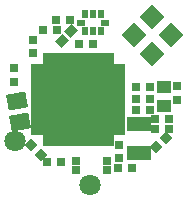
<source format=gts>
G04*
G04 #@! TF.GenerationSoftware,Altium Limited,Altium Designer,20.0.13 (296)*
G04*
G04 Layer_Color=8388736*
%FSLAX25Y25*%
%MOIN*%
G70*
G01*
G75*
%ADD28R,0.23241X0.23241*%
%ADD29R,0.01981X0.04147*%
%ADD30R,0.04147X0.01981*%
G04:AMPARAMS|DCode=31|XSize=65.09mil|YSize=53.28mil|CornerRadius=0mil|HoleSize=0mil|Usage=FLASHONLY|Rotation=190.000|XOffset=0mil|YOffset=0mil|HoleType=Round|Shape=Rectangle|*
%AMROTATEDRECTD31*
4,1,4,0.02742,0.03188,0.03668,-0.02058,-0.02742,-0.03188,-0.03668,0.02058,0.02742,0.03188,0.0*
%
%ADD31ROTATEDRECTD31*%

%ADD32R,0.04737X0.04343*%
G04:AMPARAMS|DCode=33|XSize=37.53mil|YSize=31.62mil|CornerRadius=0mil|HoleSize=0mil|Usage=FLASHONLY|Rotation=45.000|XOffset=0mil|YOffset=0mil|HoleType=Round|Shape=Rectangle|*
%AMROTATEDRECTD33*
4,1,4,-0.00209,-0.02445,-0.02445,-0.00209,0.00209,0.02445,0.02445,0.00209,-0.00209,-0.02445,0.0*
%
%ADD33ROTATEDRECTD33*%

%ADD34R,0.02965X0.02965*%
%ADD35R,0.07887X0.04737*%
%ADD36P,0.08091X4X90.0*%
%ADD37R,0.02375X0.03162*%
%ADD38R,0.03162X0.02375*%
%ADD39R,0.02965X0.02965*%
%ADD40P,0.04194X4X180.0*%
%ADD41P,0.04194X4X90.0*%
%ADD42C,0.07099*%
D28*
X25000Y28417D02*
D03*
D29*
X35827Y14835D02*
D03*
X33858D02*
D03*
X31890D02*
D03*
X29921D02*
D03*
X27953D02*
D03*
X25984D02*
D03*
X24016D02*
D03*
X22047D02*
D03*
X20079D02*
D03*
X18110D02*
D03*
X16142D02*
D03*
X14173D02*
D03*
Y42000D02*
D03*
X16142D02*
D03*
X18110D02*
D03*
X20079D02*
D03*
X22047D02*
D03*
X24016D02*
D03*
X25984D02*
D03*
X27953D02*
D03*
X29921D02*
D03*
X31890D02*
D03*
X33858D02*
D03*
X35827D02*
D03*
D30*
X11417Y17591D02*
D03*
Y19559D02*
D03*
Y21528D02*
D03*
Y23496D02*
D03*
Y25465D02*
D03*
Y27433D02*
D03*
Y29402D02*
D03*
Y31370D02*
D03*
Y33339D02*
D03*
Y35307D02*
D03*
Y37276D02*
D03*
Y39244D02*
D03*
X38583D02*
D03*
Y37276D02*
D03*
Y35307D02*
D03*
Y33339D02*
D03*
Y31370D02*
D03*
Y29402D02*
D03*
Y27433D02*
D03*
Y25465D02*
D03*
Y23496D02*
D03*
Y21528D02*
D03*
Y19559D02*
D03*
Y17591D02*
D03*
D31*
X5770Y21011D02*
D03*
X4540Y27990D02*
D03*
D32*
X53500Y26350D02*
D03*
Y32650D02*
D03*
D33*
X19469Y47969D02*
D03*
X22531Y51031D02*
D03*
D34*
X24268Y7976D02*
D03*
Y5024D02*
D03*
X34701D02*
D03*
Y7976D02*
D03*
X38200Y5500D02*
D03*
X42800D02*
D03*
X14700Y7500D02*
D03*
X19300D02*
D03*
X50700Y22000D02*
D03*
X55300D02*
D03*
X48800Y32500D02*
D03*
X44200D02*
D03*
X29800Y47000D02*
D03*
X25200D02*
D03*
X55300Y18500D02*
D03*
X50700D02*
D03*
X48800Y28500D02*
D03*
X44200D02*
D03*
X48800Y25000D02*
D03*
X44200D02*
D03*
X13200Y51500D02*
D03*
X17800D02*
D03*
X22300Y55000D02*
D03*
X17700D02*
D03*
D35*
X45400Y20321D02*
D03*
Y10479D02*
D03*
D36*
X49755Y56009D02*
D03*
X43491Y49745D02*
D03*
X56018D02*
D03*
X49755Y43482D02*
D03*
D37*
X27441Y56697D02*
D03*
X30000D02*
D03*
X32559D02*
D03*
X27441Y51303D02*
D03*
X30000D02*
D03*
X32559D02*
D03*
D38*
X33937Y54000D02*
D03*
X26063D02*
D03*
D39*
X10000Y43700D02*
D03*
Y48300D02*
D03*
X38500Y8700D02*
D03*
Y13300D02*
D03*
X58000Y28200D02*
D03*
Y32800D02*
D03*
X3500Y38800D02*
D03*
Y34200D02*
D03*
D40*
X9374Y13126D02*
D03*
X12626Y9874D02*
D03*
D41*
X54126Y15626D02*
D03*
X50874Y12374D02*
D03*
D42*
X29000Y0D02*
D03*
X4000Y14500D02*
D03*
M02*

</source>
